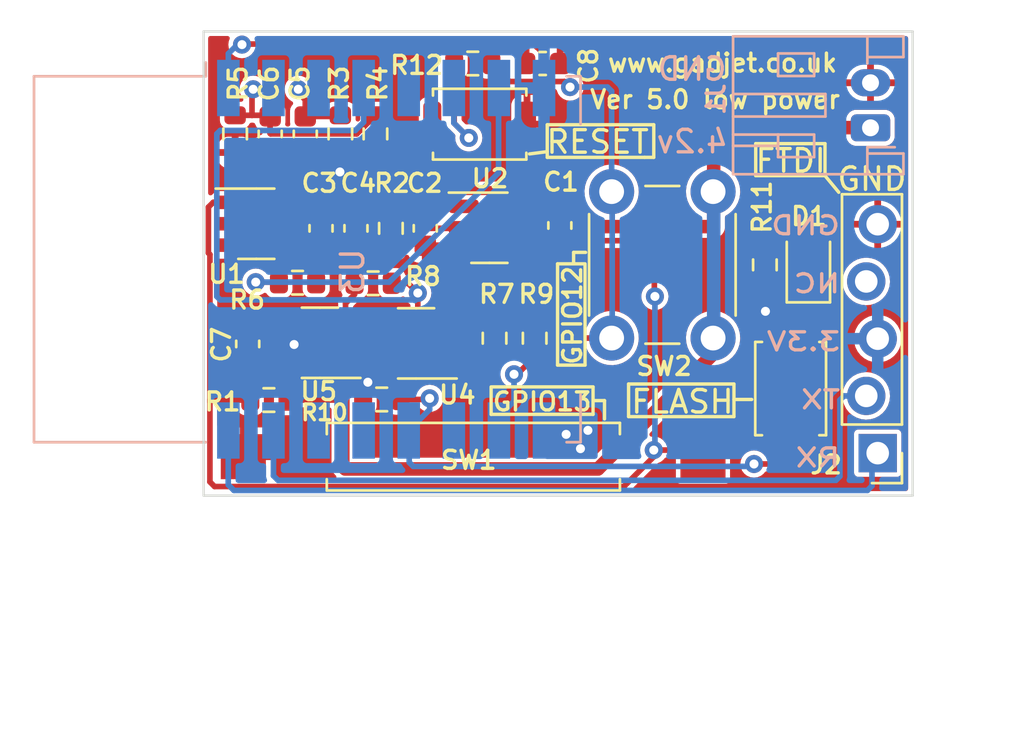
<source format=kicad_pcb>
(kicad_pcb (version 20211014) (generator pcbnew)
  (layers (0 "F.Cu" signal) (31 "B.Cu" signal) (34 "B.Paste" user) (35 "F.Paste" user) (36 "B.SilkS" user "B.Silkscreen") (37 "F.SilkS" user "F.Silkscreen") (38 "B.Mask" user) (39 "F.Mask" user) (44 "Edge.Cuts" user))
  (net 0 "")
  (net 1 "+BATT")
  (net 2 "GND")
  (net 3 "Net-(C4-Pad1)")
  (net 4 "Net-(C5-Pad1)")
  (net 5 "Net-(C6-Pad1)")
  (net 6 "VCC")
  (net 7 "Net-(FLASH1-Pad1)")
  (net 8 "Net-(J2-Pad1)")
  (net 9 "Net-(J2-Pad2)")
  (net 11 "Net-(R1-Pad2)")
  (net 12 "Net-(R2-Pad1)")
  (net 13 "GPIO13")
  (net 14 "INPUT")
  (net 15 "Net-(R7-Pad2)")
  (net 16 "END")
  (net 17 "Net-(R8-Pad2)")
  (net 18 "Net-(R9-Pad1)")
  (net 19 "Net-(RESET1-Pad2)")
  (net 24 "Net-(C8-Pad1)")
  (net 25 "Net-(D1-Pad2)")
  (footprint "Resistor_SMD:R_0603_1608Metric" (layer "F.Cu") (at 117.1956 72.4408 -90)
    (fp_text reference "R5" (at -2.2352 -0.127 90) (layer "F.SilkS") (effects (font (size 0.8 0.8))))
    (fp_text value "1M")
    (pad "1" smd roundrect locked (at -0.825 0 270) (size 0.8 0.95) (layers "F.Cu" "F.Paste" "F.Mask") (net 5 "Net-(C6-Pad1)"))
    (pad "2" smd roundrect locked (at 0.825 0 270) (size 0.8 0.95) (layers "F.Cu" "F.Paste" "F.Mask") (net 2 "GND"))
  )
  (footprint "Resistor_SMD:R_0603_1608Metric" (layer "F.Cu") (at 130.4798 81.5086 90)
    (fp_text reference "R9" (at 1.9558 0.0762 180) (layer "F.SilkS") (effects (font (size 0.8 0.8))))
    (fp_text value "10k")
    (pad "1" smd roundrect locked (at -0.825 0 90) (size 0.8 0.95) (layers "F.Cu" "F.Paste" "F.Mask") (net 18 "Net-(R9-Pad1)"))
    (pad "2" smd roundrect locked (at 0.825 0 90) (size 0.8 0.95) (layers "F.Cu" "F.Paste" "F.Mask") (net 2 "GND"))
  )
  (footprint "Resistor_SMD:R_0603_1608Metric" (layer "F.Cu") (at 123.317 79.0702 180)
    (fp_text reference "R8" (at -2.2098 0.3048) (layer "F.SilkS") (effects (font (size 0.8 0.8))))
    (fp_text value "10k")
    (pad "1" smd roundrect locked (at -0.825 0 180) (size 0.8 0.95) (layers "F.Cu" "F.Paste" "F.Mask") (net 16 "END"))
    (pad "2" smd roundrect locked (at 0.825 0 180) (size 0.8 0.95) (layers "F.Cu" "F.Paste" "F.Mask") (net 17 "Net-(R8-Pad2)"))
  )
  (footprint "Button_Switch_THT:SW_PUSH_6mm_H4.3mm" (layer "F.Cu") (at 138.394 75.002 -90)
    (fp_text reference "SW2" (at 7.7512 2.1738 180) (layer "F.SilkS") (effects (font (size 0.8 0.8))))
    (fp_text value "SW_Push")
    (pad "1" thru_hole circle locked (at 0 0) (size 2 2) (drill 1.1) (layers *.Cu *.Mask) (net 1 "+BATT"))
    (pad "1" thru_hole circle locked (at 6.5 0) (size 2 2) (drill 1.1) (layers *.Cu *.Mask) (net 1 "+BATT"))
    (pad "2" thru_hole circle locked (at 0 4.5) (size 2 2) (drill 1.1) (layers *.Cu *.Mask) (net 14 "INPUT"))
    (pad "2" thru_hole circle locked (at 6.5 4.5) (size 2 2) (drill 1.1) (layers *.Cu *.Mask) (net 14 "INPUT"))
  )
  (footprint "LED_SMD:LED_0805_2012Metric" (layer "F.Cu") (at 142.621 78.232 90)
    (fp_text reference "D1" (at 2.1336 0.0254 180) (layer "F.SilkS") (effects (font (size 0.8 0.8))))
    (fp_text value "LED_Small")
    (pad "1" smd roundrect locked (at -0.9375 0 90) (size 0.975 1.4) (layers "F.Cu" "F.Paste" "F.Mask") (net 2 "GND"))
    (pad "2" smd roundrect locked (at 0.9375 0 90) (size 0.975 1.4) (layers "F.Cu" "F.Paste" "F.Mask") (net 25 "Net-(D1-Pad2)"))
  )
  (footprint "Button_Switch_SMD:SW_Push_SPST_NO_Alps_SKRK" (layer "F.Cu") (at 128.0414 72.009 180)
    (fp_text reference "RESET" (at -5.2324 -0.7874) (layer "F.SilkS"))
    (fp_text value "SW_Push")
    (pad "1" smd roundrect locked (at -2.1 0 180) (size 0.8 2) (layers "F.Cu" "F.Paste" "F.Mask") (net 2 "GND"))
    (pad "2" smd roundrect locked (at 2.1 0 180) (size 0.8 2) (layers "F.Cu" "F.Paste" "F.Mask") (net 19 "Net-(RESET1-Pad2)"))
  )
  (footprint "Resistor_SMD:R_0603_1608Metric" (layer "F.Cu") (at 119.9642 79.0448 180)
    (fp_text reference "R6" (at 2.2352 -0.762) (layer "F.SilkS") (effects (font (size 0.8 0.8))))
    (fp_text value "10k")
    (pad "1" smd roundrect locked (at -0.825 0 180) (size 0.8 0.95) (layers "F.Cu" "F.Paste" "F.Mask") (net 12 "Net-(R2-Pad1)"))
    (pad "2" smd roundrect locked (at 0.825 0 180) (size 0.8 0.95) (layers "F.Cu" "F.Paste" "F.Mask") (net 13 "GPIO13"))
  )
  (footprint "Package_TO_SOT_SMD:SOT-23-5" (layer "F.Cu") (at 120.9548 81.7118 180)
    (fp_text reference "U5" (at 0.0508 -2.159) (layer "F.SilkS") (effects (font (size 0.8 0.8))))
    (fp_text value "SPX3819M5-L-3-3")
    (pad "1" smd roundrect locked (at -1.1375 -0.95 180) (size 1.325 0.6) (layers "F.Cu" "F.Paste" "F.Mask") (net 1 "+BATT"))
    (pad "2" smd roundrect locked (at -1.1375 0 180) (size 1.325 0.6) (layers "F.Cu" "F.Paste" "F.Mask") (net 2 "GND"))
    (pad "3" smd roundrect locked (at -1.1375 0.95 180) (size 1.325 0.6) (layers "F.Cu" "F.Paste" "F.Mask") (net 17 "Net-(R8-Pad2)"))
    (pad "4" smd roundrect locked (at 1.1375 0.95 180) (size 1.325 0.6) (layers "F.Cu" "F.Paste" "F.Mask"))
    (pad "5" smd roundrect locked (at 1.1375 -0.95 180) (size 1.325 0.6) (layers "F.Cu" "F.Paste" "F.Mask") (net 6 "VCC"))
  )
  (footprint "Button_Switch_SMD:SW_SPST_REED_CT10-XXXX-G2" (layer "F.Cu") (at 128.735 86.7664)
    (fp_text reference "SW1" (at -1.1772 0.1524) (layer "F.SilkS") (effects (font (size 0.8 0.8))))
    (fp_text value "SW_Reed")
    (pad "1" smd rect locked (at -11.176 0) (size 2 2) (layers "F.Cu" "F.Paste" "F.Mask") (net 2 "GND"))
    (pad "2" smd rect locked (at 9.21 0) (size 2 2) (layers "F.Cu" "F.Paste" "F.Mask") (net 11 "Net-(R1-Pad2)"))
  )
  (footprint "Capacitor_SMD:C_0603_1608Metric" (layer "F.Cu") (at 121.0056 76.6318 -90)
    (fp_text reference "C3" (at -2.0066 0.0762 180) (layer "F.SilkS") (effects (font (size 0.8 0.8))))
    (fp_text value "100nF")
    (pad "1" smd roundrect locked (at -0.775 0 270) (size 0.9 0.95) (layers "F.Cu" "F.Paste" "F.Mask") (net 1 "+BATT"))
    (pad "2" smd roundrect locked (at 0.775 0 270) (size 0.9 0.95) (layers "F.Cu" "F.Paste" "F.Mask") (net 2 "GND"))
  )
  (footprint "Resistor_SMD:R_0603_1608Metric" (layer "F.Cu") (at 124.1044 76.6318 90)
    (fp_text reference "R2" (at 2.0066 0.0508 180) (layer "F.SilkS") (effects (font (size 0.8 0.8))))
    (fp_text value "10k")
    (pad "1" smd roundrect locked (at -0.825 0 90) (size 0.8 0.95) (layers "F.Cu" "F.Paste" "F.Mask") (net 12 "Net-(R2-Pad1)"))
    (pad "2" smd roundrect locked (at 0.825 0 90) (size 0.8 0.95) (layers "F.Cu" "F.Paste" "F.Mask") (net 3 "Net-(C4-Pad1)"))
  )
  (footprint "Resistor_SMD:R_0603_1608Metric" (layer "F.Cu") (at 123.4186 72.4408 90)
    (fp_text reference "R4" (at 2.2352 0.1016 90) (layer "F.SilkS") (effects (font (size 0.8 0.8))))
    (fp_text value "3M2")
    (pad "1" smd roundrect locked (at -0.825 0 90) (size 0.8 0.95) (layers "F.Cu" "F.Paste" "F.Mask") (net 1 "+BATT"))
    (pad "2" smd roundrect locked (at 0.825 0 90) (size 0.8 0.95) (layers "F.Cu" "F.Paste" "F.Mask") (net 5 "Net-(C6-Pad1)"))
  )
  (footprint "Resistor_SMD:R_0603_1608Metric" (layer "F.Cu") (at 128.7018 81.5086 90)
    (fp_text reference "R7" (at 1.9558 0.1016 180) (layer "F.SilkS") (effects (font (size 0.8 0.8))))
    (fp_text value "10k")
    (pad "1" smd roundrect locked (at -0.825 0 90) (size 0.8 0.95) (layers "F.Cu" "F.Paste" "F.Mask") (net 14 "INPUT"))
    (pad "2" smd roundrect locked (at 0.825 0 90) (size 0.8 0.95) (layers "F.Cu" "F.Paste" "F.Mask") (net 15 "Net-(R7-Pad2)"))
  )
  (footprint "Package_TO_SOT_SMD:SOT-23-5" (layer "F.Cu") (at 128.4732 76.6064)
    (fp_text reference "U2" (at 0.0254 -2.1844) (layer "F.SilkS") (effects (font (size 0.8 0.8))))
    (fp_text value "74AHC1G86")
    (pad "1" smd roundrect locked (at -1.1375 -0.95) (size 1.325 0.6) (layers "F.Cu" "F.Paste" "F.Mask") (net 11 "Net-(R1-Pad2)"))
    (pad "2" smd roundrect locked (at -1.1375 0) (size 1.325 0.6) (layers "F.Cu" "F.Paste" "F.Mask") (net 3 "Net-(C4-Pad1)"))
    (pad "3" smd roundrect locked (at -1.1375 0.95) (size 1.325 0.6) (layers "F.Cu" "F.Paste" "F.Mask") (net 2 "GND"))
    (pad "4" smd roundrect locked (at 1.1375 0.95) (size 1.325 0.6) (layers "F.Cu" "F.Paste" "F.Mask") (net 15 "Net-(R7-Pad2)"))
    (pad "5" smd roundrect locked (at 1.1375 -0.95) (size 1.325 0.6) (layers "F.Cu" "F.Paste" "F.Mask") (net 1 "+BATT"))
  )
  (footprint "Connector_PinHeader_2.54mm:PinHeader_1x05_P2.54mm_Vertical" (layer "F.Cu") (at 145.4404 86.609 180)
    (fp_text reference "J2" (at 2.032 -0.513) (layer "F.SilkS") (effects (font (size 0.8 0.8))))
    (fp_text value "Conn_01x05_Male")
    (pad "1" thru_hole rect locked (at -0.254 0 180) (size 1.7 1.7) (drill 1) (layers *.Cu *.Mask) (net 8 "Net-(J2-Pad1)"))
    (pad "2" thru_hole oval locked (at 0.254 2.54 180) (size 1.7 1.7) (drill 1) (layers *.Cu *.Mask) (net 9 "Net-(J2-Pad2)"))
    (pad "3" thru_hole oval locked (at -0.254 5.08 180) (size 1.7 1.7) (drill 1) (layers *.Cu *.Mask) (net 6 "VCC"))
    (pad "4" thru_hole oval locked (at 0.254 7.62 180) (size 1.7 1.7) (drill 1) (layers *.Cu *.Mask))
    (pad "5" thru_hole oval locked (at -0.254 10.16 180) (size 1.7 1.7) (drill 1) (layers *.Cu *.Mask) (net 2 "GND"))
  )
  (footprint "Capacitor_SMD:C_0603_1608Metric" (layer "F.Cu") (at 131.5974 76.5048 -90)
    (fp_text reference "C1" (at -1.9304 -0.0508 180) (layer "F.SilkS") (effects (font (size 0.8 0.8))))
    (fp_text value "100nF")
    (pad "1" smd roundrect locked (at -0.775 0 270) (size 0.9 0.95) (layers "F.Cu" "F.Paste" "F.Mask") (net 1 "+BATT"))
    (pad "2" smd roundrect locked (at 0.775 0 270) (size 0.9 0.95) (layers "F.Cu" "F.Paste" "F.Mask") (net 2 "GND"))
  )
  (footprint "Button_Switch_SMD:SW_Push_SPST_NO_Alps_SKRK" (layer "F.Cu") (at 141.8336 83.7438 90)
    (fp_text reference "FLASH" (at -0.5842 -4.8006 180) (layer "F.SilkS"))
    (fp_text value "SW_Push")
    (pad "1" smd roundrect locked (at -2.1 0 90) (size 0.8 2) (layers "F.Cu" "F.Paste" "F.Mask") (net 7 "Net-(FLASH1-Pad1)"))
    (pad "2" smd roundrect locked (at 2.1 0 90) (size 0.8 2) (layers "F.Cu" "F.Paste" "F.Mask") (net 2 "GND"))
  )
  (footprint "Package_TO_SOT_SMD:SOT-23-5" (layer "F.Cu") (at 118.1354 76.4286)
    (fp_text reference "U1" (at -1.3208 2.2352 180) (layer "F.SilkS") (effects (font (size 0.8 0.8))))
    (fp_text value "74AHC1G86")
    (pad "1" smd roundrect locked (at -1.1375 -0.95) (size 1.325 0.6) (layers "F.Cu" "F.Paste" "F.Mask") (net 11 "Net-(R1-Pad2)"))
    (pad "2" smd roundrect locked (at -1.1375 0) (size 1.325 0.6) (layers "F.Cu" "F.Paste" "F.Mask") (net 2 "GND"))
    (pad "3" smd roundrect locked (at -1.1375 0.95) (size 1.325 0.6) (layers "F.Cu" "F.Paste" "F.Mask") (net 2 "GND"))
    (pad "4" smd roundrect locked (at 1.1375 0.95) (size 1.325 0.6) (layers "F.Cu" "F.Paste" "F.Mask") (net 12 "Net-(R2-Pad1)"))
    (pad "5" smd roundrect locked (at 1.1375 -0.95) (size 1.325 0.6) (layers "F.Cu" "F.Paste" "F.Mask") (net 1 "+BATT"))
  )
  (footprint "Resistor_SMD:R_0603_1608Metric" (layer "F.Cu") (at 121.86285 72.4408 90)
    (fp_text reference "R3" (at 2.2352 -0.0508 90) (layer "F.SilkS") (effects (font (size 0.8 0.8))))
    (fp_text value "10k")
    (pad "1" smd roundrect locked (at -0.825 0 90) (size 0.8 0.95) (layers "F.Cu" "F.Paste" "F.Mask") (net 6 "VCC"))
    (pad "2" smd roundrect locked (at 0.825 0 90) (size 0.8 0.95) (layers "F.Cu" "F.Paste" "F.Mask") (net 4 "Net-(C5-Pad1)"))
  )
  (footprint "Capacitor_SMD:C_0603_1608Metric" (layer "F.Cu") (at 125.6284 76.6318 -90)
    (fp_text reference "C2" (at -2.0066 0.0254 180) (layer "F.SilkS") (effects (font (size 0.8 0.8))))
    (fp_text value "100nF")
    (pad "1" smd roundrect locked (at -0.775 0 270) (size 0.9 0.95) (layers "F.Cu" "F.Paste" "F.Mask") (net 1 "+BATT"))
    (pad "2" smd roundrect locked (at 0.775 0 270) (size 0.9 0.95) (layers "F.Cu" "F.Paste" "F.Mask") (net 2 "GND"))
  )
  (footprint "Capacitor_SMD:C_0603_1608Metric" (layer "F.Cu") (at 122.555 76.6318 -90)
    (fp_text reference "C4" (at -2.0066 -0.1016 180) (layer "F.SilkS") (effects (font (size 0.8 0.8))))
    (fp_text value "1uF")
    (pad "1" smd roundrect locked (at -0.775 0 270) (size 0.9 0.95) (layers "F.Cu" "F.Paste" "F.Mask") (net 3 "Net-(C4-Pad1)"))
    (pad "2" smd roundrect locked (at 0.775 0 270) (size 0.9 0.95) (layers "F.Cu" "F.Paste" "F.Mask") (net 2 "GND"))
  )
  (footprint "Capacitor_SMD:C_0603_1608Metric" (layer "F.Cu") (at 130.8354 69.3166)
    (fp_text reference "C8" (at 2.032 0.1016 90) (layer "F.SilkS") (effects (font (size 0.8 0.8))))
    (fp_text value "1uF")
    (pad "1" smd roundrect locked (at -0.775 0) (size 0.9 0.95) (layers "F.Cu" "F.Paste" "F.Mask") (net 24 "Net-(C8-Pad1)"))
    (pad "2" smd roundrect locked (at 0.775 0) (size 0.9 0.95) (layers "F.Cu" "F.Paste" "F.Mask") (net 2 "GND"))
  )
  (footprint "Resistor_SMD:R_0603_1608Metric" (layer "F.Cu") (at 140.6906 78.252 90)
    (fp_text reference "R11" (at 2.5654 -0.127 90) (layer "F.SilkS") (effects (font (size 0.8 0.8))))
    (fp_text value "1k")
    (pad "1" smd roundrect locked (at -0.825 0 90) (size 0.8 0.95) (layers "F.Cu" "F.Paste" "F.Mask") (net 6 "VCC"))
    (pad "2" smd roundrect locked (at 0.825 0 90) (size 0.8 0.95) (layers "F.Cu" "F.Paste" "F.Mask") (net 25 "Net-(D1-Pad2)"))
  )
  (footprint "Capacitor_SMD:C_0603_1608Metric" (layer "F.Cu") (at 118.75135 72.4408 -90)
    (fp_text reference "C6" (at -2.2352 0.0508 90) (layer "F.SilkS") (effects (font (size 0.8 0.8))))
    (fp_text value "100nF")
    (pad "1" smd roundrect locked (at -0.775 0 270) (size 0.9 0.95) (layers "F.Cu" "F.Paste" "F.Mask") (net 5 "Net-(C6-Pad1)"))
    (pad "2" smd roundrect locked (at 0.775 0 270) (size 0.9 0.95) (layers "F.Cu" "F.Paste" "F.Mask") (net 2 "GND"))
  )
  (footprint "Resistor_SMD:R_0603_1608Metric" (layer "F.Cu") (at 123.698 84.2264)
    (fp_text reference "R10" (at -2.54 0.5842) (layer "F.SilkS") (effects (font (size 0.7 0.7))))
    (fp_text value "10k")
    (pad "1" smd roundrect locked (at -0.825 0) (size 0.8 0.95) (layers "F.Cu" "F.Paste" "F.Mask") (net 6 "VCC"))
    (pad "2" smd roundrect locked (at 0.825 0) (size 0.8 0.95) (layers "F.Cu" "F.Paste" "F.Mask") (net 7 "Net-(FLASH1-Pad1)"))
  )
  (footprint "Capacitor_SMD:C_0603_1608Metric" (layer "F.Cu") (at 117.7544 81.7626 90)
    (fp_text reference "C7" (at -0.0254 -1.1684 90) (layer "F.SilkS") (effects (font (size 0.8 0.8))))
    (fp_text value "2u2")
    (pad "1" smd roundrect locked (at -0.775 0 90) (size 0.9 0.95) (layers "F.Cu" "F.Paste" "F.Mask") (net 6 "VCC"))
    (pad "2" smd roundrect locked (at 0.775 0 90) (size 0.9 0.95) (layers "F.Cu" "F.Paste" "F.Mask") (net 2 "GND"))
  )
  (footprint "Resistor_SMD:R_0603_1608Metric" (layer "F.Cu") (at 118.6942 84.2518 180)
    (fp_text reference "R1" (at 2.0574 -0.0762) (layer "F.SilkS") (effects (font (size 0.8 0.8))))
    (fp_text value "1M")
    (pad "1" smd roundrect locked (at -0.825 0 180) (size 0.8 0.95) (layers "F.Cu" "F.Paste" "F.Mask") (net 1 "+BATT"))
    (pad "2" smd roundrect locked (at 0.825 0 180) (size 0.8 0.95) (layers "F.Cu" "F.Paste" "F.Mask") (net 11 "Net-(R1-Pad2)"))
  )
  (footprint "Capacitor_SMD:C_0603_1608Metric" (layer "F.Cu") (at 120.3071 72.4408 -90)
    (fp_text reference "C5" (at -2.2352 0.2413 90) (layer "F.SilkS") (effects (font (size 0.8 0.8))))
    (fp_text value "100nF")
    (pad "1" smd roundrect locked (at -0.775 0 270) (size 0.9 0.95) (layers "F.Cu" "F.Paste" "F.Mask") (net 4 "Net-(C5-Pad1)"))
    (pad "2" smd roundrect locked (at 0.775 0 270) (size 0.9 0.95) (layers "F.Cu" "F.Paste" "F.Mask") (net 2 "GND"))
  )
  (footprint "Package_TO_SOT_SMD:SOT-23-5" (layer "F.Cu") (at 125.222 81.7372 180)
    (fp_text reference "U4" (at -1.8288 -2.286 180) (layer "F.SilkS") (effects (font (size 0.8 0.8))))
    (fp_text value "74AHC1G32")
    (pad "1" smd roundrect locked (at -1.1375 -0.95 180) (size 1.325 0.6) (layers "F.Cu" "F.Paste" "F.Mask") (net 14 "INPUT"))
    (pad "2" smd roundrect locked (at -1.1375 0 180) (size 1.325 0.6) (layers "F.Cu" "F.Paste" "F.Mask") (net 16 "END"))
    (pad "3" smd roundrect locked (at -1.1375 0.95 180) (size 1.325 0.6) (layers "F.Cu" "F.Paste" "F.Mask") (net 2 "GND"))
    (pad "4" smd roundrect locked (at 1.1375 0.95 180) (size 1.325 0.6) (layers "F.Cu" "F.Paste" "F.Mask") (net 17 "Net-(R8-Pad2)"))
    (pad "5" smd roundrect locked (at 1.1375 -0.95 180) (size 1.325 0.6) (layers "F.Cu" "F.Paste" "F.Mask") (net 1 "+BATT"))
  )
  (footprint "Resistor_SMD:R_0603_1608Metric" (layer "F.Cu") (at 127.7366 69.3166 180)
    (fp_text reference "R12" (at 2.4892 -0.0762) (layer "F.SilkS") (effects (font (size 0.8 0.8))))
    (fp_text value "10k")
    (pad "1" smd roundrect locked (at -0.825 0 180) (size 0.8 0.95) (layers "F.Cu" "F.Paste" "F.Mask") (net 14 "INPUT"))
    (pad "2" smd roundrect locked (at 0.825 0 180) (size 0.8 0.95) (layers "F.Cu" "F.Paste" "F.Mask") (net 24 "Net-(C8-Pad1)"))
  )
  (footprint "RF_Module:ESP-12E" (layer "B.Cu") (at 120.396 78.0034 -90)
    (fp_text reference "U3" (at 0.5334 -2.0066 90) (layer "B.SilkS") (effects (justify mirror)))
    (fp_text value "ESP-12F")
    (pad "1" smd rect locked (at -7.6 3.5 270) (size 2.5 1) (layers "B.Cu" "B.Paste" "B.Mask") (net 19 "Net-(RESET1-Pad2)"))
    (pad "2" smd rect locked (at -7.6 1.5 270) (size 2.5 1) (layers "B.Cu" "B.Paste" "B.Mask") (net 5 "Net-(C6-Pad1)"))
    (pad "3" smd rect locked (at -7.6 -0.5 270) (size 2.5 1) (layers "B.Cu" "B.Paste" "B.Mask") (net 4 "Net-(C5-Pad1)"))
    (pad "4" smd rect locked (at -7.6 -2.5 270) (size 2.5 1) (layers "B.Cu" "B.Paste" "B.Mask") (net 16 "END"))
    (pad "5" smd rect locked (at -7.6 -4.5 270) (size 2.5 1) (layers "B.Cu" "B.Paste" "B.Mask"))
    (pad "6" smd rect locked (at -7.6 -6.5 270) (size 2.5 1) (layers "B.Cu" "B.Paste" "B.Mask") (net 24 "Net-(C8-Pad1)"))
    (pad "7" smd rect locked (at -7.6 -8.5 270) (size 2.5 1) (layers "B.Cu" "B.Paste" "B.Mask") (net 13 "GPIO13"))
    (pad "8" smd rect locked (at -7.6 -10.5 270) (size 2.5 1) (layers "B.Cu" "B.Paste" "B.Mask") (net 6 "VCC"))
    (pad "15" smd rect locked (at 7.6 -10.5 270) (size 2.5 1) (layers "B.Cu" "B.Paste" "B.Mask") (net 2 "GND"))
    (pad "16" smd rect locked (at 7.6 -8.5 270) (size 2.5 1) (layers "B.Cu" "B.Paste" "B.Mask") (net 18 "Net-(R9-Pad1)"))
    (pad "17" smd rect locked (at 7.6 -6.5 270) (size 2.5 1) (layers "B.Cu" "B.Paste" "B.Mask"))
    (pad "18" smd rect locked (at 7.6 -4.5 270) (size 2.5 1) (layers "B.Cu" "B.Paste" "B.Mask") (net 7 "Net-(FLASH1-Pad1)"))
    (pad "19" smd rect locked (at 7.6 -2.5 270) (size 2.5 1) (layers "B.Cu" "B.Paste" "B.Mask"))
    (pad "20" smd rect locked (at 7.6 -0.5 270) (size 2.5 1) (layers "B.Cu" "B.Paste" "B.Mask"))
    (pad "21" smd rect locked (at 7.6 1.5 270) (size 2.5 1) (layers "B.Cu" "B.Paste" "B.Mask") (net 9 "Net-(J2-Pad2)"))
    (pad "22" smd rect locked (at 7.6 3.5 270) (size 2.5 1) (layers "B.Cu" "B.Paste" "B.Mask") (net 8 "Net-(J2-Pad1)"))
  )
  (footprint "Connector_JST:JST_PH_S2B-PH-K_1x02_P2.00mm_Horizontal" (layer "B.Cu") (at 145.3758 72.1708 90)
    (fp_text reference "J1" (at 1.27 -6.858 270) (layer "B.SilkS") (effects (font (size 0.8 0.8)) (justify mirror)))
    (fp_text value "Conn_01x02")
    (pad "1" thru_hole roundrect locked (at 0 0 90) (size 1.2 1.75) (drill 0.75) (layers *.Cu *.Mask) (roundrect_rratio 0.2083333333) (net 1 "+BATT"))
    (pad "2" thru_hole oval locked (at 2 0 90) (size 1.2 1.75) (drill 0.75) (layers *.Cu *.Mask) (net 2 "GND"))
  )
  (gr_line locked (start 135.3566 73.4822) (end 135.763 73.4822) (layer "F.SilkS") (width 0.15))
  (gr_line locked (start 128.5494 84.8868) (end 128.5494 83.6676) (layer "F.SilkS") (width 0.15))
  (gr_line locked (start 132.207 77.6986) (end 132.7404 77.6986) (layer "F.SilkS") (width 0.15))
  (gr_line locked (start 134.6454 84.9884) (end 134.6454 83.5406) (layer "F.SilkS") (width 0.15))
  (gr_line locked (start 131.4958 82.7024) (end 131.4958 78.2066) (layer "F.SilkS") (width 0.15))
  (gr_line locked (start 128.6002 83.6676) (end 133.0706 83.6676) (layer "F.SilkS") (width 0.15))
  (gr_line locked (start 140.2842 72.8726) (end 143.3576 72.8726) (layer "F.SilkS") (width 0.15))
  (gr_line locked (start 133.0706 83.6676) (end 133.0706 84.8868) (layer "F.SilkS") (width 0.15))
  (gr_line locked (start 139.319 83.5406) (end 139.319 84.9884) (layer "F.SilkS") (width 0.15))
  (gr_line locked (start 130.2512 73.3298) (end 131.0386 73.2282) (layer "F.SilkS") (width 0.15))
  (gr_line locked (start 131.0386 72.0344) (end 131.0386 73.4822) (layer "F.SilkS") (width 0.15))
  (gr_line locked (start 143.3576 74.295) (end 140.2842 74.295) (layer "F.SilkS") (width 0.15))
  (gr_line locked (start 132.207 78.1939) (end 132.207 77.6986) (layer "F.SilkS") (width 0.15))
  (gr_line locked (start 143.3576 74.295) (end 143.9672 75.0316) (layer "F.SilkS") (width 0.15))
  (gr_line locked (start 143.3576 72.8726) (end 143.3576 74.295) (layer "F.SilkS") (width 0.15))
  (gr_line locked (start 131.0386 73.4822) (end 135.3566 73.4822) (layer "F.SilkS") (width 0.15))
  (gr_line locked (start 139.319 84.2264) (end 140.1064 84.2264) (layer "F.SilkS") (width 0.15))
  (gr_line locked (start 133.5786 84.2772) (end 133.5786 85.09) (layer "F.SilkS") (width 0.15))
  (gr_line locked (start 139.319 84.9884) (end 134.6454 84.9884) (layer "F.SilkS") (width 0.15))
  (gr_line locked (start 133.096 84.2772) (end 133.5786 84.2772) (layer "F.SilkS") (width 0.15))
  (gr_line locked (start 132.715 82.7024) (end 132.715 78.2574) (layer "F.SilkS") (width 0.15))
  (gr_line locked (start 133.0706 84.8868) (end 128.5494 84.8868) (layer "F.SilkS") (width 0.15))
  (gr_line locked (start 135.763 73.4822) (end 135.763 72.0344) (layer "F.SilkS") (width 0.15))
  (gr_line locked (start 140.2842 74.295) (end 140.2842 72.8726) (layer "F.SilkS") (width 0.15))
  (gr_line locked (start 131.4958 78.2066) (end 132.715 78.2066) (layer "F.SilkS") (width 0.15))
  (gr_line locked (start 131.4958 82.7024) (end 132.715 82.7024) (layer "F.SilkS") (width 0.15))
  (gr_line locked (start 134.6454 83.5406) (end 139.319 83.5406) (layer "F.SilkS") (width 0.15))
  (gr_line locked (start 135.763 72.0344) (end 131.0386 72.0344) (layer "F.SilkS") (width 0.15))
  (gr_line locked (start 115.7986 67.8942) (end 147.2438 67.8942) (layer "Edge.Cuts") (width 0.1))
  (gr_line locked (start 115.7986 88.4936) (end 115.7986 67.8942) (layer "Edge.Cuts") (width 0.1))
  (gr_line locked (start 147.2438 88.4936) (end 115.7986 88.4936) (layer "Edge.Cuts") (width 0.1))
  (gr_line locked (start 147.2438 67.8942) (end 147.2438 88.4936) (layer "Edge.Cuts") (width 0.1))
  (gr_text "GND\n\n4.2v" (at 137.4648 71.1708) (layer "B.SilkS") (effects (font (size 1 1)) (justify mirror)))
  (gr_text "GND\n\nNC\n\n3.3V\n\nTX\n\nRX" (at 144.1196 81.661) (layer "B.SilkS") (effects (font (size 0.8 1)) (justify left mirror)))
  (gr_text "GPIO12" (at 132.1562 80.4926 90) (layer "F.SilkS") (effects (font (size 0.8 0.8))))
  (gr_text "FTDI" (at 141.8336 73.6346) (layer "F.SilkS") (effects (font (size 1 1))))
  (gr_text "Ver 5.0 low power" (at 138.4808 70.9168) (layer "F.SilkS") (effects (font (size 0.8 0.8))))
  (gr_text "GND" (at 145.4404 74.4474) (layer "F.SilkS") (effects (font (size 1 1))))
  (gr_text "www.gadjet.co.uk" (at 138.811 69.2912) (layer "F.SilkS") (effects (font (size 0.8 0.8))))
  (gr_text "GPIO13" (at 130.81 84.328) (layer "F.SilkS") (effects (font (size 0.8 0.8))))
  (segment locked (start 131.5974 75.7298) (end 129.6841 75.7298) (width 0.4) (layer "F.Cu") (net 1))
  (segment locked (start 133.3246 76.5556) (end 132.4988 75.7298) (width 0.6) (layer "F.Cu") (net 1))
  (segment locked (start 129.42558 74.9554) (end 125.56478 74.9554) (width 0.4) (layer "F.Cu") (net 1))
  (segment locked (start 145.2648 72.1614) (end 138.6586 72.1614) (width 0.6) (layer "F.Cu") (net 1))
  (segment locked (start 123.4186 73.2658) (end 123.4186 74.9554) (width 0.4) (layer "F.Cu") (net 1))
  (segment locked (start 125.6284 74.9808) (end 125.6284 75.03136) (width 0.2) (layer "F.Cu") (net 1))
  (segment locked (start 122.0923 82.6618) (end 124.0591 82.6618) (width 0.4) (layer "F.Cu") (net 1))
  (segment locked (start 129.6107 75.6564) (end 129.6107 75.2039) (width 0.4) (layer "F.Cu") (net 1))
  (segment locked (start 121.06922 74.9554) (end 119.65652 74.9554) (width 0.4) (layer "F.Cu") (net 1))
  (segment locked (start 121.0056 75.01902) (end 121.06922 74.9554) (width 0.4) (layer "F.Cu") (net 1))
  (segment locked (start 125.6284 75.8568) (end 125.6284 74.9808) (width 0.4) (layer "F.Cu") (net 1))
  (segment locked (start 121.97348 82.78062) (end 121.97348 85.16888) (width 0.6) (layer "F.Cu") (net 1))
  (segment locked (start 119.5192 84.2518) (end 121.8946 84.2518) (width 0.25) (layer "F.Cu") (net 1))
  (segment locked (start 122.0923 82.6618) (end 121.97348 82.78062) (width 0.6) (layer "F.Cu") (net 1))
  (segment locked (start 125.56478 74.9554) (end 123.38038 74.9554) (width 0.4) (layer "F.Cu") (net 1))
  (segment locked (start 121.97348 85.16888) (end 121.9708 85.17156) (width 0.6) (layer "F.Cu") (net 1))
  (segment locked (start 138.4194 72.4006) (end 138.4194 76.5556) (width 0.6) (layer "F.Cu") (net 1))
  (segment locked (start 121.9708 87.1982) (end 122.082911 87.310311) (width 0.6) (layer "F.Cu") (net 1))
  (segment locked (start 121.9708 85.17156) (end 121.9708 87.1982) (width 0.6) (layer "F.Cu") (net 1))
  (segment locked (start 123.38038 74.9554) (end 121.06922 74.9554) (width 0.4) (layer "F.Cu") (net 1))
  (segment locked (start 123.4186 75.05676) (end 123.41848 75.05688) (width 0.2) (layer "F.Cu") (net 1))
  (segment locked (start 123.4186 74.9554) (end 123.4186 75.05676) (width 0.2) (layer "F.Cu") (net 1))
  (segment locked (start 122.082911 87.310311) (end 133.288689 87.310311) (width 0.6) (layer "F.Cu") (net 1))
  (segment locked (start 119.4816 74.9808) (end 119.2729 75.1895) (width 0.4) (layer "F.Cu") (net 1))
  (segment locked (start 138.6586 72.1614) (end 138.4194 72.4006) (width 0.6) (layer "F.Cu") (net 1))
  (segment locked (start 129.6107 75.2039) (end 129.46368 75.05688) (width 0.4) (layer "F.Cu") (net 1))
  (segment locked (start 121.0056 75.8568) (end 121.0056 75.01902) (width 0.4) (layer "F.Cu") (net 1))
  (segment locked (start 133.288689 87.310311) (end 138.4194 82.1796) (width 0.6) (layer "F.Cu") (net 1))
  (segment locked (start 119.634 74.9808) (end 119.4816 74.9808) (width 0.4) (layer "F.Cu") (net 1))
  (segment locked (start 138.4194 76.5556) (end 133.3246 76.5556) (width 0.6) (layer "F.Cu") (net 1))
  (segment locked (start 129.6841 75.7298) (end 129.6107 75.6564) (width 0.4) (layer "F.Cu") (net 1))
  (segment locked (start 119.2729 75.1895) (end 119.2729 75.4786) (width 0.4) (layer "F.Cu") (net 1))
  (segment locked (start 132.4988 75.7298) (end 131.5974 75.7298) (width 0.6) (layer "F.Cu") (net 1))
  (segment locked (start 138.4194 74.9566) (end 138.4194 81.4566) (width 0.6) (layer "B.Cu") (net 1))
  (via locked (at 132.842 85.598) (size 0.8) (drill 0.4) (layers "F.Cu" "B.Cu") (net 2))
  (via locked (at 132.5118 86.4108) (size 0.8) (drill 0.4) (layers "F.Cu" "B.Cu") (net 2))
  (via locked (at 131.8768 85.7758) (size 0.8) (drill 0.4) (layers "F.Cu" "B.Cu") (net 2))
  (segment locked (start 131.8768 85.7758) (end 132.5118 86.4108) (width 0.6) (layer "B.Cu") (net 2))
  (segment locked (start 130.896 85.6034) (end 131.7044 85.6034) (width 0.6) (layer "B.Cu") (net 2))
  (segment locked (start 131.7044 85.6034) (end 131.8768 85.7758) (width 0.6) (layer "B.Cu") (net 2))
  (segment locked (start 122.555 75.8568) (end 124.0544 75.8568) (width 0.25) (layer "F.Cu") (net 3))
  (segment locked (start 124.1044 76.5556) (end 124.18012 76.63132) (width 0.25) (layer "F.Cu") (net 3))
  (segment locked (start 124.1044 75.8068) (end 124.1044 76.5556) (width 0.25) (layer "F.Cu") (net 3))
  (segment locked (start 124.18012 76.63132) (end 127.31078 76.63132) (width 0.25) (layer "F.Cu") (net 3))
  (segment locked (start 119.995502 70.617902) (end 120.3071 70.9295) (width 0.25) (layer "F.Cu") (net 4))
  (segment locked (start 120.3071 71.6658) (end 121.81285 71.6658) (width 0.25) (layer "F.Cu") (net 4))
  (segment locked (start 119.995502 70.4596) (end 119.995502 70.617902) (width 0.25) (layer "F.Cu") (net 4))
  (segment locked (start 120.3071 70.9295) (end 120.3071 71.6658) (width 0.25) (layer "F.Cu") (net 4))
  (via locked (at 119.995502 70.4596) (size 0.8) (drill 0.4) (layers "F.Cu" "B.Cu") (net 4))
  (segment locked (start 120.020902 70.485) (end 120.8144 70.485) (width 0.25) (layer "B.Cu") (net 4))
  (segment locked (start 119.995502 70.4596) (end 120.020902 70.485) (width 0.25) (layer "B.Cu") (net 4))
  (segment locked (start 122.59408 72.44032) (end 118.76992 72.44032) (width 0.25) (layer "F.Cu") (net 5))
  (segment locked (start 117.9576 70.4596) (end 117.995502 70.4596) (width 0.25) (layer "F.Cu") (net 5))
  (segment locked (start 117.9444 71.6158) (end 117.9444 70.4728) (width 0.25) (layer "F.Cu") (net 5))
  (segment locked (start 117.9444 71.6158) (end 118.70135 71.6158) (width 0.25) (layer "F.Cu") (net 5))
  (segment locked (start 123.4186 71.6158) (end 122.59408 72.44032) (width 0.25) (layer "F.Cu") (net 5))
  (segment locked (start 118.76992 72.44032) (end 118.745 72.4154) (width 0.25) (layer "F.Cu") (net 5))
  (segment locked (start 117.1956 71.6158) (end 117.9444 71.6158) (width 0.25) (layer "F.Cu") (net 5))
  (segment locked (start 118.745 72.4154) (end 118.745 71.67215) (width 0.25) (layer "F.Cu") (net 5))
  (segment locked (start 117.9444 70.4728) (end 117.9576 70.4596) (width 0.25) (layer "F.Cu") (net 5))
  (via locked (at 117.995502 70.4596) (size 0.8) (drill 0.4) (layers "F.Cu" "B.Cu") (net 5))
  (segment locked (start 117.995502 70.4596) (end 118.8398 70.4596) (width 0.25) (layer "B.Cu") (net 5))
  (segment locked (start 119.8173 82.6618) (end 119.8173 81.7935) (width 0.6) (layer "F.Cu") (net 6))
  (segment locked (start 119.8173 81.7935) (end 119.8118 81.788) (width 0.25) (layer "F.Cu") (net 6))
  (segment locked (start 117.7544 82.5376) (end 119.6931 82.5376) (width 0.25) (layer "F.Cu") (net 6))
  (segment locked (start 121.86285 74.14895) (end 121.8438 74.168) (width 0.25) (layer "F.Cu") (net 6))
  (segment locked (start 121.86285 73.2658) (end 121.86285 74.14895) (width 0.25) (layer "F.Cu") (net 6))
  (segment locked (start 123.082939 83.4613) (end 123.082939 84.016461) (width 0.25) (layer "F.Cu") (net 6))
  (segment locked (start 121.8438 74.168) (end 121.8438 74.12958) (width 0.25) (layer "F.Cu") (net 6))
  (segment locked (start 140.716 79.311) (end 140.716 80.3148) (width 0.25) (layer "F.Cu") (net 6))
  (via locked (at 140.716 80.3148) (size 0.8) (drill 0.4) (layers "F.Cu" "B.Cu") (net 6))
  (via locked (at 119.8118 81.788) (size 0.8) (drill 0.4) (layers "F.Cu" "B.Cu") (net 6))
  (via locked (at 121.8438 74.12958) (size 0.8) (drill 0.4) (layers "F.Cu" "B.Cu") (net 6))
  (via locked (at 123.082939 83.4613) (size 0.8) (drill 0.4) (layers "F.Cu" "B.Cu") (net 6))
  (segment locked (start 141.73762 87.09098) (end 141.7828 87.0458) (width 0.25) (layer "F.Cu") (net 7))
  (segment locked (start 125.823204 84.176463) (end 125.773267 84.2264) (width 0.25) (layer "F.Cu") (net 7))
  (segment locked (start 125.773267 84.2264) (end 124.523 84.2264) (width 0.25) (layer "F.Cu") (net 7))
  (segment locked (start 140.208 87.09098) (end 141.73762 87.09098) (width 0.25) (layer "F.Cu") (net 7))
  (segment locked (start 141.7828 87.0458) (end 141.7828 85.92) (width 0.25) (layer "F.Cu") (net 7))
  (via locked (at 140.208 87.09098) (size 0.8) (drill 0.4) (layers "F.Cu" "B.Cu") (net 7))
  (via locked (at 125.823204 84.176463) (size 0.8) (drill 0.4) (layers "F.Cu" "B.Cu") (net 7))
  (segment locked (start 140.10078 87.1982) (end 125.095 87.1982) (width 0.25) (layer "B.Cu") (net 7))
  (segment locked (start 125.095 87.1982) (end 124.9172 87.0204) (width 0.25) (layer "B.Cu") (net 7))
  (segment locked (start 124.9172 87.0204) (end 124.9172 86.3746) (width 0.25) (layer "B.Cu") (net 7))
  (segment locked (start 125.823204 84.676196) (end 124.896 85.6034) (width 0.25) (layer "B.Cu") (net 7))
  (segment locked (start 140.208 87.09098) (end 140.10078 87.1982) (width 0.25) (layer "B.Cu") (net 7))
  (segment locked (start 125.823204 84.176463) (end 125.823204 84.676196) (width 0.25) (layer "B.Cu") (net 7))
  (segment locked (start 116.8908 88.011) (end 117.1448 88.265) (width 0.25) (layer "B.Cu") (net 8))
  (segment locked (start 116.8908 86.3586) (end 116.8908 88.011) (width 0.25) (layer "B.Cu") (net 8))
  (segment locked (start 145.2372 88.265) (end 145.4404 88.0618) (width 0.25) (layer "B.Cu") (net 8))
  (segment locked (start 117.1448 88.265) (end 145.2372 88.265) (width 0.25) (layer "B.Cu") (net 8))
  (segment locked (start 145.4404 88.0618) (end 145.4404 86.609) (width 0.25) (layer "B.Cu") (net 8))
  (segment locked (start 144.018 84.2518) (end 144.2008 84.069) (width 0.25) (layer "B.Cu") (net 9))
  (segment locked (start 143.8402 87.81548) (end 144.018 87.63768) (width 0.25) (layer "B.Cu") (net 9))
  (segment locked (start 119.1006 87.81548) (end 143.8402 87.81548) (width 0.25) (layer "B.Cu") (net 9))
  (segment locked (start 118.896 85.6034) (end 118.896 87.61088) (width 0.25) (layer "B.Cu") (net 9))
  (segment locked (start 144.2008 84.069) (end 145.4404 84.069) (width 0.25) (layer "B.Cu") (net 9))
  (segment locked (start 118.896 87.61088) (end 119.1006 87.81548) (width 0.25) (layer "B.Cu") (net 9))
  (segment locked (start 144.018 87.63768) (end 144.018 84.2518) (width 0.25) (layer "B.Cu") (net 9))
  (segment locked (start 138.242 86.7664) (end 137.9493 86.4737) (width 0.25) (layer "F.Cu") (net 11))
  (segment locked (start 135.7884 79.629) (end 135.7884 77.3684) (width 0.25) (layer "F.Cu") (net 11))
  (segment locked (start 128.2852 75.6564) (end 127.3357 75.6564) (width 0.25) (layer "F.Cu") (net 11))
  (segment locked (start 116.22428 75.4786) (end 116.9979 75.4786) (width 0.25) (layer "F.Cu") (net 11))
  (segment locked (start 135.763 86.7664) (end 135.763 86.4737) (width 0.25) (layer "F.Cu") (net 11))
  (segment locked (start 116.078 84.328) (end 116.078 87.884) (width 0.25) (layer "F.Cu") (net 11))
  (segment locked (start 116.078 84.328) (end 116.078 84.2518) (width 0.25) (layer "F.Cu") (net 11))
  (segment locked (start 130.68492 76.35432) (end 128.975048 76.35432) (width 0.25) (layer "F.Cu") (net 11))
  (segment locked (start 117.8692 84.2518) (end 116.078 84.2518) (width 0.25) (layer "F.Cu") (net 11))
  (segment locked (start 137.9493 86.4737) (end 135.763 86.4737) (width 0.25) (layer "F.Cu") (net 11))
  (segment locked (start 116.078 77.792272) (end 116.01088 77.725152) (width 0.25) (layer "F.Cu") (net 11))
  (segment locked (start 135.7884 77.3684) (end 135.60012 77.18012) (width 0.25) (layer "F.Cu") (net 11))
  (segment locked (start 132.390116 76.50432) (end 130.83492 76.50432) (width 0.25) (layer "F.Cu") (net 11))
  (segment locked (start 134.438489 88.090911) (end 135.763 86.7664) (width 0.25) (layer "F.Cu") (net 11))
  (segment locked (start 116.078 84.328) (end 116.078 77.792272) (width 0.25) (layer "F.Cu") (net 11))
  (segment locked (start 116.01088 77.725152) (end 116.01088 75.692) (width 0.25) (layer "F.Cu") (net 11))
  (segment locked (start 133.065916 77.18012) (end 132.390116 76.50432) (width 0.25) (layer "F.Cu") (net 11))
  (segment locked (start 116.078 87.884) (end 116.284911 88.090911) (width 0.25) (layer "F.Cu") (net 11))
  (segment locked (start 130.83492 76.50432) (end 130.68492 76.35432) (width 0.25) (layer "F.Cu") (net 11))
  (segment locked (start 116.01088 75.692) (end 116.22428 75.4786) (width 0.25) (layer "F.Cu") (net 11))
  (segment locked (start 135.60012 77.18012) (end 133.065916 77.18012) (width 0.25) (layer "F.Cu") (net 11))
  (segment locked (start 128.2852 75.664472) (end 128.2852 75.6564) (width 0.25) (layer "F.Cu") (net 11))
  (segment locked (start 128.975048 76.35432) (end 128.2852 75.664472) (width 0.25) (layer "F.Cu") (net 11))
  (segment locked (start 116.284911 88.090911) (end 134.438489 88.090911) (width 0.25) (layer "F.Cu") (net 11))
  (segment locked (start 135.8138 79.6544) (end 135.7884 79.629) (width 0.25) (layer "F.Cu") (net 11))
  (via locked (at 135.8138 79.6544) (size 0.8) (drill 0.4) (layers "F.Cu" "B.Cu") (net 11))
  (via locked (at 135.763 86.4737) (size 0.8) (drill 0.4) (layers "F.Cu" "B.Cu") (net 11))
  (segment locked (start 135.8138 79.6544) (end 135.8138 86.4229) (width 0.25) (layer "B.Cu") (net 11))
  (segment locked (start 135.8138 86.4229) (end 135.763 86.4737) (width 0.25) (layer "B.Cu") (net 11))
  (segment locked (start 120.7262 78.18132) (end 120.7638 78.21892) (width 0.25) (layer "F.Cu") (net 12))
  (segment locked (start 123.27988 76.63228) (end 124.1044 77.4568) (width 0.25) (layer "F.Cu") (net 12))
  (segment locked (start 120.7638 78.21892) (end 120.7638 78.9686) (width 0.25) (layer "F.Cu") (net 12))
  (segment locked (start 119.53252 78.18132) (end 120.7262 78.18132) (width 0.25) (layer "F.Cu") (net 12))
  (segment locked (start 119.2729 77.9217) (end 119.53252 78.18132) (width 0.25) (layer "F.Cu") (net 12))
  (segment locked (start 119.2729 77.3786) (end 119.2729 77.9217) (width 0.25) (layer "F.Cu") (net 12))
  (segment locked (start 119.2729 77.3786) (end 120.01922 76.63228) (width 0.25) (layer "F.Cu") (net 12))
  (segment locked (start 120.01922 76.63228) (end 123.27988 76.63228) (width 0.25) (layer "F.Cu") (net 12))
  (segment locked (start 118.11 79.0194) (end 119.1138 79.0194) (width 0.25) (layer "F.Cu") (net 13))
  (via locked (at 118.11 79.0194) (size 0.8) (drill 0.4) (layers "F.Cu" "B.Cu") (net 13))
  (segment locked (start 128.8796 74.168) (end 124.0282 79.0194) (width 0.25) (layer "B.Cu") (net 13))
  (segment locked (start 128.8796 71.1698) (end 128.8796 74.168) (width 0.25) (layer "B.Cu") (net 13))
  (segment locked (start 124.0282 79.0194) (end 118.11 79.0194) (width 0.25) (layer "B.Cu") (net 13))
  (segment locked (start 129.36112 70.11612) (end 128.5616 69.3166) (width 0.25) (layer "F.Cu") (net 14))
  (segment locked (start 131.8037 70.11612) (end 130.77132 70.11612) (width 0.25) (layer "F.Cu") (net 14))
  (segment locked (start 132.050207 70.362627) (end 131.8037 70.11612) (width 0.25) (layer "F.Cu") (net 14))
  (segment locked (start 129.6416 81.955017) (end 130.094617 81.502) (width 0.25) (layer "F.Cu") (net 14))
  (segment locked (start 127.6736 82.3336) (end 128.7018 82.3336) (width 0.25) (layer "F.Cu") (net 14))
  (segment locked (start 126.3595 82.6872) (end 127.32 82.6872) (width 0.25) (layer "F.Cu") (net 14))
  (segment locked (start 130.77132 70.11612) (end 130.7592 70.104) (width 0.25) (layer "F.Cu") (net 14))
  (segment locked (start 130.7592 70.104) (end 130.74708 70.11612) (width 0.25) (layer "F.Cu") (net 14))
  (segment locked (start 129.6416 82.169) (end 129.6416 81.955017) (width 0.25) (layer "F.Cu") (net 14))
  (segment locked (start 128.7404 82.3722) (end 129.4384 82.3722) (width 0.25) (layer "F.Cu") (net 14))
  (segment locked (start 130.74708 70.11612) (end 129.36112 70.11612) (width 0.25) (layer "F.Cu") (net 14))
  (segment locked (start 129.4384 82.3722) (end 129.6416 82.169) (width 0.25) (layer "F.Cu") (net 14))
  (segment locked (start 130.094617 81.502) (end 133.894 81.502) (width 0.25) (layer "F.Cu") (net 14))
  (segment locked (start 127.32 82.6872) (end 127.6736 82.3336) (width 0.25) (layer "F.Cu") (net 14))
  (via locked (at 132.050207 70.362627) (size 0.8) (drill 0.4) (layers "F.Cu" "B.Cu") (net 14))
  (segment locked (start 132.050207 70.362627) (end 133.710227 70.362627) (width 0.25) (layer "B.Cu") (net 14))
  (segment locked (start 133.9194 75.0274) (end 133.9194 81.4766) (width 0.25) (layer "B.Cu") (net 14))
  (segment locked (start 133.894 70.5464) (end 133.894 75.002) (width 0.25) (layer "B.Cu") (net 14))
  (segment locked (start 133.710227 70.362627) (end 133.894 70.5464) (width 0.25) (layer "B.Cu") (net 14))
  (segment locked (start 128.7018 80.6836) (end 128.7018 78.4653) (width 0.25) (layer "F.Cu") (net 15))
  (segment locked (start 128.7018 78.4653) (end 129.6107 77.5564) (width 0.25) (layer "F.Cu") (net 15))
  (segment locked (start 125.2982 79.502) (end 124.8664 79.0702) (width 0.25) (layer "F.Cu") (net 16))
  (segment locked (start 125.2982 79.502) (end 125.2982 81.059472) (width 0.25) (layer "F.Cu") (net 16))
  (segment locked (start 125.975928 81.7372) (end 126.3595 81.7372) (width 0.25) (layer "F.Cu") (net 16))
  (segment locked (start 125.2982 81.059472) (end 125.975928 81.7372) (width 0.25) (layer "F.Cu") (net 16))
  (segment locked (start 124.8664 79.0702) (end 124.142 79.0702) (width 0.25) (layer "F.Cu") (net 16))
  (via locked (at 125.2982 79.502) (size 0.8) (drill 0.4) (layers "F.Cu" "B.Cu") (net 16))
  (segment locked (start 116.5352 72.2884) (end 122.5258 72.2884) (width 0.25) (layer "B.Cu") (net 16))
  (segment locked (start 125.1458 79.8068) (end 116.5352 79.8068) (width 0.25) (layer "B.Cu") (net 16))
  (segment locked (start 125.1712 79.629) (end 125.1712 79.8322) (width 0.25) (layer "B.Cu") (net 16))
  (segment locked (start 116.5352 79.8068) (end 116.3828 79.6544) (width 0.25) (layer "B.Cu") (net 16))
  (segment locked (start 116.3828 79.6544) (end 116.3828 72.4408) (width 0.25) (layer "B.Cu") (net 16))
  (segment locked (start 125.1712 79.8322) (end 125.1458 79.8068) (width 0.25) (layer "B.Cu") (net 16))
  (segment locked (start 116.3828 72.4408) (end 116.5352 72.2884) (width 0.25) (layer "B.Cu") (net 16))
  (segment locked (start 125.2982 79.502) (end 125.1712 79.629) (width 0.25) (layer "B.Cu") (net 16))
  (segment locked (start 122.896 71.9182) (end 122.896 70.4034) (width 0.25) (layer "B.Cu") (net 16))
  (segment locked (start 122.5258 72.2884) (end 122.896 71.9182) (width 0.25) (layer "B.Cu") (net 16))
  (segment locked (start 122.492 79.0194) (end 122.492 79.565) (width 0.25) (layer "F.Cu") (net 17))
  (segment locked (start 122.492 79.565) (end 122.0923 79.9647) (width 0.25) (layer "F.Cu") (net 17))
  (segment locked (start 122.0923 79.9647) (end 122.0923 80.7618) (width 0.25) (layer "F.Cu") (net 17))
  (segment locked (start 122.0923 80.7618) (end 124.0591 80.7618) (width 0.25) (layer "F.Cu") (net 17))
  (segment locked (start 129.7046 83.1088) (end 130.4798 82.3336) (width 0.25) (layer "F.Cu") (net 18))
  (segment locked (start 129.5654 83.1088) (end 129.7046 83.1088) (width 0.25) (layer "F.Cu") (net 18))
  (via locked (at 129.5654 83.1088) (size 0.8) (drill 0.4) (layers "F.Cu" "B.Cu") (net 18))
  (segment locked (start 129.5654 84.306763) (end 128.896 84.976163) (width 0.25) (layer "B.Cu") (net 18))
  (segment locked (start 129.5654 83.1088) (end 129.5654 84.306763) (width 0.25) (layer "B.Cu") (net 18))
  (segment locked (start 125.8316 68.453) (end 125.9414 68.5628) (width 0.25) (layer "F.Cu") (net 19))
  (segment locked (start 117.5258 68.453) (end 125.8316 68.453) (width 0.25) (layer "F.Cu") (net 19))
  (segment locked (start 125.9414 68.5628) (end 125.9414 72.009) (width 0.25) (layer "F.Cu") (net 19))
  (segment locked (start 117.5004 68.4784) (end 117.5258 68.453) (width 0.25) (layer "F.Cu") (net 19))
  (via locked (at 117.5004 68.4784) (size 0.8) (drill 0.4) (layers "F.Cu" "B.Cu") (net 19))
  (segment locked (start 117.5004 68.4784) (end 117.2972 68.4784) (width 0.25) (layer "B.Cu") (net 19))
  (segment locked (start 117.2972 68.4784) (end 116.896 68.8796) (width 0.25) (layer "B.Cu") (net 19))
  (segment locked (start 116.896 68.8796) (end 116.896 70.4034) (width 0.25) (layer "B.Cu") (net 19))
  (segment locked (start 130.1242 68.6054) (end 130.1242 69.2528) (width 0.25) (layer "F.Cu") (net 24))
  (segment locked (start 130.03588 68.51708) (end 130.1242 68.6054) (width 0.25) (layer "F.Cu") (net 24))
  (segment locked (start 126.9116 71.9714) (end 126.9116 69.3166) (width 0.25) (layer "F.Cu") (net 24))
  (segment locked (start 126.9492 68.5292) (end 127.2032 68.5292) (width 0.25) (layer "F.Cu") (net 24))
  (segment locked (start 126.8984 69.3034) (end 126.8984 68.58) (width 0.25) (layer "F.Cu") (net 24))
  (segment locked (start 127.21532 68.51708) (end 130.03588 68.51708) (width 0.25) (layer "F.Cu") (net 24))
  (segment locked (start 127.2032 68.5292) (end 127.21532 68.51708) (width 0.25) (layer "F.Cu") (net 24))
  (segment locked (start 126.8984 68.58) (end 126.9492 68.5292) (width 0.25) (layer "F.Cu") (net 24))
  (segment locked (start 127.5588 72.6186) (end 126.9116 71.9714) (width 0.25) (layer "F.Cu") (net 24))
  (via locked (at 127.5588 72.6186) (size 0.8) (drill 0.4) (layers "F.Cu" "B.Cu") (net 24))
  (segment locked (start 126.896 71.9558) (end 127.5588 72.6186) (width 0.25) (layer "B.Cu") (net 24))
  (segment locked (start 126.896 70.4034) (end 126.896 71.9558) (width 0.25) (layer "B.Cu") (net 24))
  (segment locked (start 140.6906 77.427) (end 142.4885 77.427) (width 0.25) (layer "F.Cu") (net 25))
  (zone locked (net 2) (net_name "GND") (layer "F.Cu") (connect_pads (clearance 0.2)) (min_thickness 0.2) (fill yes (thermal_gap 0.3) (thermal_bridge_width 0.3))
    (polygon (pts (xy 147.2184 88.4682) (xy 115.7986 88.4682) (xy 115.7732 67.9196) (xy 147.2184 67.9196)))
  )
  (zone locked (net 2) (net_name "GND") (layer "F.Cu") (name "gnd_buffer") (connect_pads yes (clearance 0.2)) (min_thickness 0.254) (fill yes (thermal_gap 0.508) (thermal_bridge_width 0.508) (island_removal_mode 1) (island_area_min 0))
    (polygon (pts (xy 123.1392 81.9912) (xy 120.9548 81.9912) (xy 120.9548 81.4578) (xy 123.1392 81.4578)))
  )
  (zone locked (net 6) (net_name "VCC") (layer "B.Cu") (connect_pads (clearance 0.2)) (min_thickness 0.254) (fill yes (thermal_gap 0.508) (thermal_bridge_width 0.508))
    (polygon (pts (xy 147.218277 67.894011) (xy 147.2184 88.4682) (xy 115.7986 88.4682) (xy 115.823877 67.868611)))
  )
  (zone locked (net 2) (net_name "GND") (layer "B.Cu") (name "gnd_buffer") (priority 1) (connect_pads yes (clearance 0)) (min_thickness 0.254) (fill yes (thermal_gap 0.508) (thermal_bridge_width 0.508) (island_removal_mode 1) (island_area_min 0))
    (polygon (pts (xy 133.2738 86.868) (xy 130.8862 86.868) (xy 130.8862 84.7852) (xy 133.2738 84.7852)))
  )
)
</source>
